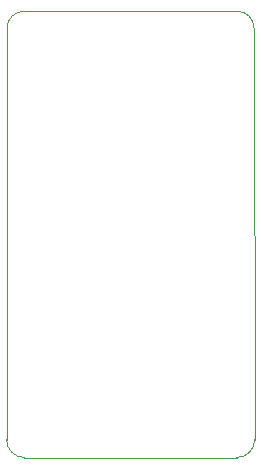
<source format=gbr>
%TF.GenerationSoftware,KiCad,Pcbnew,8.0.6*%
%TF.CreationDate,2024-11-26T15:25:50+01:00*%
%TF.ProjectId,PD_trigger-board,50445f74-7269-4676-9765-722d626f6172,rev?*%
%TF.SameCoordinates,Original*%
%TF.FileFunction,Profile,NP*%
%FSLAX46Y46*%
G04 Gerber Fmt 4.6, Leading zero omitted, Abs format (unit mm)*
G04 Created by KiCad (PCBNEW 8.0.6) date 2024-11-26 15:25:50*
%MOMM*%
%LPD*%
G01*
G04 APERTURE LIST*
%TA.AperFunction,Profile*%
%ADD10C,0.050000*%
%TD*%
G04 APERTURE END LIST*
D10*
X148000000Y-75700000D02*
X130000000Y-75700000D01*
X149500000Y-112000000D02*
X149460660Y-77160660D01*
X128539566Y-77160660D02*
X128500000Y-112000000D01*
X149500000Y-112000000D02*
G75*
G02*
X148000000Y-113500000I-1500000J0D01*
G01*
X148000000Y-75700000D02*
G75*
G02*
X149460700Y-77160660I0J-1460700D01*
G01*
X130000000Y-113500000D02*
X148000000Y-113500000D01*
X128539566Y-77160660D02*
G75*
G02*
X130000000Y-75700266I1460434J-40D01*
G01*
X130000000Y-113500000D02*
G75*
G02*
X128500000Y-112000000I0J1500000D01*
G01*
M02*

</source>
